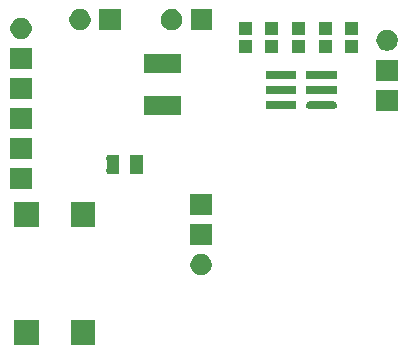
<source format=gbr>
G04 #@! TF.GenerationSoftware,KiCad,Pcbnew,(5.1.4)-1*
G04 #@! TF.CreationDate,2021-02-16T23:36:19+03:00*
G04 #@! TF.ProjectId,NAB_A,4e41425f-412e-46b6-9963-61645f706362,rev?*
G04 #@! TF.SameCoordinates,Original*
G04 #@! TF.FileFunction,Soldermask,Top*
G04 #@! TF.FilePolarity,Negative*
%FSLAX46Y46*%
G04 Gerber Fmt 4.6, Leading zero omitted, Abs format (unit mm)*
G04 Created by KiCad (PCBNEW (5.1.4)-1) date 2021-02-16 23:36:19*
%MOMM*%
%LPD*%
G04 APERTURE LIST*
%ADD10C,0.100000*%
G04 APERTURE END LIST*
D10*
G36*
X222250000Y-53250000D02*
G01*
X222250000Y-54750000D01*
X221250000Y-54750000D01*
X221250000Y-53250000D01*
X222250000Y-53250000D01*
G37*
X222250000Y-53250000D02*
X222250000Y-54750000D01*
X221250000Y-54750000D01*
X221250000Y-53250000D01*
X222250000Y-53250000D01*
G36*
X220250000Y-53250000D02*
G01*
X220250000Y-54750000D01*
X219250000Y-54750000D01*
X219250000Y-53250000D01*
X220250000Y-53250000D01*
G37*
X220250000Y-53250000D02*
X220250000Y-54750000D01*
X219250000Y-54750000D01*
X219250000Y-53250000D01*
X220250000Y-53250000D01*
G36*
X218301000Y-69301000D02*
G01*
X216199000Y-69301000D01*
X216199000Y-67199000D01*
X218301000Y-67199000D01*
X218301000Y-69301000D01*
X218301000Y-69301000D01*
G37*
G36*
X213551000Y-69301000D02*
G01*
X211449000Y-69301000D01*
X211449000Y-67199000D01*
X213551000Y-67199000D01*
X213551000Y-69301000D01*
X213551000Y-69301000D01*
G37*
G36*
X227363512Y-61603927D02*
G01*
X227512812Y-61633624D01*
X227676784Y-61701544D01*
X227824354Y-61800147D01*
X227949853Y-61925646D01*
X228048456Y-62073216D01*
X228116376Y-62237188D01*
X228151000Y-62411259D01*
X228151000Y-62588741D01*
X228116376Y-62762812D01*
X228048456Y-62926784D01*
X227949853Y-63074354D01*
X227824354Y-63199853D01*
X227676784Y-63298456D01*
X227512812Y-63366376D01*
X227363512Y-63396073D01*
X227338742Y-63401000D01*
X227161258Y-63401000D01*
X227136488Y-63396073D01*
X226987188Y-63366376D01*
X226823216Y-63298456D01*
X226675646Y-63199853D01*
X226550147Y-63074354D01*
X226451544Y-62926784D01*
X226383624Y-62762812D01*
X226349000Y-62588741D01*
X226349000Y-62411259D01*
X226383624Y-62237188D01*
X226451544Y-62073216D01*
X226550147Y-61925646D01*
X226675646Y-61800147D01*
X226823216Y-61701544D01*
X226987188Y-61633624D01*
X227136488Y-61603927D01*
X227161258Y-61599000D01*
X227338742Y-61599000D01*
X227363512Y-61603927D01*
X227363512Y-61603927D01*
G37*
G36*
X228151000Y-60861000D02*
G01*
X226349000Y-60861000D01*
X226349000Y-59059000D01*
X228151000Y-59059000D01*
X228151000Y-60861000D01*
X228151000Y-60861000D01*
G37*
G36*
X213551000Y-59301000D02*
G01*
X211449000Y-59301000D01*
X211449000Y-57199000D01*
X213551000Y-57199000D01*
X213551000Y-59301000D01*
X213551000Y-59301000D01*
G37*
G36*
X218301000Y-59301000D02*
G01*
X216199000Y-59301000D01*
X216199000Y-57199000D01*
X218301000Y-57199000D01*
X218301000Y-59301000D01*
X218301000Y-59301000D01*
G37*
G36*
X228151000Y-58321000D02*
G01*
X226349000Y-58321000D01*
X226349000Y-56519000D01*
X228151000Y-56519000D01*
X228151000Y-58321000D01*
X228151000Y-58321000D01*
G37*
G36*
X212901000Y-56101000D02*
G01*
X211099000Y-56101000D01*
X211099000Y-54299000D01*
X212901000Y-54299000D01*
X212901000Y-56101000D01*
X212901000Y-56101000D01*
G37*
G36*
X220059004Y-54203355D02*
G01*
X220087375Y-54211961D01*
X220115745Y-54220567D01*
X220115747Y-54220568D01*
X220168031Y-54248514D01*
X220168032Y-54248515D01*
X220168036Y-54248517D01*
X220213869Y-54286131D01*
X220251483Y-54331964D01*
X220251485Y-54331968D01*
X220251486Y-54331969D01*
X220279432Y-54384253D01*
X220296645Y-54440996D01*
X220302456Y-54500000D01*
X220296645Y-54559004D01*
X220296644Y-54559006D01*
X220279433Y-54615745D01*
X220251483Y-54668036D01*
X220213869Y-54713869D01*
X220168036Y-54751483D01*
X220168032Y-54751485D01*
X220168031Y-54751486D01*
X220115747Y-54779432D01*
X220115745Y-54779433D01*
X220087375Y-54788039D01*
X220059004Y-54796645D01*
X220014786Y-54801000D01*
X219485214Y-54801000D01*
X219440996Y-54796645D01*
X219412624Y-54788038D01*
X219384255Y-54779433D01*
X219384253Y-54779432D01*
X219331969Y-54751486D01*
X219331968Y-54751485D01*
X219331964Y-54751483D01*
X219286131Y-54713869D01*
X219248517Y-54668036D01*
X219220567Y-54615745D01*
X219203356Y-54559006D01*
X219203355Y-54559004D01*
X219197544Y-54500000D01*
X219203355Y-54440996D01*
X219220568Y-54384253D01*
X219248514Y-54331969D01*
X219248515Y-54331968D01*
X219248517Y-54331964D01*
X219286131Y-54286131D01*
X219331964Y-54248517D01*
X219331968Y-54248515D01*
X219331969Y-54248514D01*
X219384253Y-54220568D01*
X219384255Y-54220567D01*
X219412625Y-54211961D01*
X219440996Y-54203355D01*
X219485214Y-54199000D01*
X220014786Y-54199000D01*
X220059004Y-54203355D01*
X220059004Y-54203355D01*
G37*
G36*
X222059004Y-54203355D02*
G01*
X222087375Y-54211961D01*
X222115745Y-54220567D01*
X222115747Y-54220568D01*
X222168031Y-54248514D01*
X222168032Y-54248515D01*
X222168036Y-54248517D01*
X222213869Y-54286131D01*
X222251483Y-54331964D01*
X222251485Y-54331968D01*
X222251486Y-54331969D01*
X222279432Y-54384253D01*
X222296645Y-54440996D01*
X222302456Y-54500000D01*
X222296645Y-54559004D01*
X222296644Y-54559006D01*
X222279433Y-54615745D01*
X222251483Y-54668036D01*
X222213869Y-54713869D01*
X222168036Y-54751483D01*
X222168032Y-54751485D01*
X222168031Y-54751486D01*
X222115747Y-54779432D01*
X222115745Y-54779433D01*
X222087375Y-54788039D01*
X222059004Y-54796645D01*
X222014786Y-54801000D01*
X221485214Y-54801000D01*
X221440996Y-54796645D01*
X221412624Y-54788038D01*
X221384255Y-54779433D01*
X221384253Y-54779432D01*
X221331969Y-54751486D01*
X221331968Y-54751485D01*
X221331964Y-54751483D01*
X221286131Y-54713869D01*
X221248517Y-54668036D01*
X221220567Y-54615745D01*
X221203356Y-54559006D01*
X221203355Y-54559004D01*
X221197544Y-54500000D01*
X221203355Y-54440996D01*
X221220568Y-54384253D01*
X221248514Y-54331969D01*
X221248515Y-54331968D01*
X221248517Y-54331964D01*
X221286131Y-54286131D01*
X221331964Y-54248517D01*
X221331968Y-54248515D01*
X221331969Y-54248514D01*
X221384253Y-54220568D01*
X221384255Y-54220567D01*
X221412625Y-54211961D01*
X221440996Y-54203355D01*
X221485214Y-54199000D01*
X222014786Y-54199000D01*
X222059004Y-54203355D01*
X222059004Y-54203355D01*
G37*
G36*
X220059004Y-53203355D02*
G01*
X220087376Y-53211962D01*
X220115745Y-53220567D01*
X220115747Y-53220568D01*
X220168031Y-53248514D01*
X220168032Y-53248515D01*
X220168036Y-53248517D01*
X220213869Y-53286131D01*
X220251483Y-53331964D01*
X220251485Y-53331968D01*
X220251486Y-53331969D01*
X220279432Y-53384253D01*
X220296645Y-53440996D01*
X220302456Y-53500000D01*
X220296645Y-53559004D01*
X220288038Y-53587376D01*
X220279433Y-53615745D01*
X220251483Y-53668036D01*
X220213869Y-53713869D01*
X220168036Y-53751483D01*
X220168032Y-53751485D01*
X220168031Y-53751486D01*
X220115747Y-53779432D01*
X220115745Y-53779433D01*
X220087376Y-53788038D01*
X220059004Y-53796645D01*
X220014786Y-53801000D01*
X219485214Y-53801000D01*
X219440996Y-53796645D01*
X219412625Y-53788039D01*
X219384255Y-53779433D01*
X219384253Y-53779432D01*
X219331969Y-53751486D01*
X219331968Y-53751485D01*
X219331964Y-53751483D01*
X219286131Y-53713869D01*
X219248517Y-53668036D01*
X219220567Y-53615745D01*
X219211962Y-53587376D01*
X219203355Y-53559004D01*
X219197544Y-53500000D01*
X219203355Y-53440996D01*
X219220568Y-53384253D01*
X219248514Y-53331969D01*
X219248515Y-53331968D01*
X219248517Y-53331964D01*
X219286131Y-53286131D01*
X219331964Y-53248517D01*
X219331968Y-53248515D01*
X219331969Y-53248514D01*
X219384253Y-53220568D01*
X219384255Y-53220567D01*
X219412624Y-53211962D01*
X219440996Y-53203355D01*
X219485214Y-53199000D01*
X220014786Y-53199000D01*
X220059004Y-53203355D01*
X220059004Y-53203355D01*
G37*
G36*
X222059004Y-53203355D02*
G01*
X222087376Y-53211962D01*
X222115745Y-53220567D01*
X222115747Y-53220568D01*
X222168031Y-53248514D01*
X222168032Y-53248515D01*
X222168036Y-53248517D01*
X222213869Y-53286131D01*
X222251483Y-53331964D01*
X222251485Y-53331968D01*
X222251486Y-53331969D01*
X222279432Y-53384253D01*
X222296645Y-53440996D01*
X222302456Y-53500000D01*
X222296645Y-53559004D01*
X222288038Y-53587376D01*
X222279433Y-53615745D01*
X222251483Y-53668036D01*
X222213869Y-53713869D01*
X222168036Y-53751483D01*
X222168032Y-53751485D01*
X222168031Y-53751486D01*
X222115747Y-53779432D01*
X222115745Y-53779433D01*
X222087376Y-53788038D01*
X222059004Y-53796645D01*
X222014786Y-53801000D01*
X221485214Y-53801000D01*
X221440996Y-53796645D01*
X221412625Y-53788039D01*
X221384255Y-53779433D01*
X221384253Y-53779432D01*
X221331969Y-53751486D01*
X221331968Y-53751485D01*
X221331964Y-53751483D01*
X221286131Y-53713869D01*
X221248517Y-53668036D01*
X221220567Y-53615745D01*
X221211962Y-53587376D01*
X221203355Y-53559004D01*
X221197544Y-53500000D01*
X221203355Y-53440996D01*
X221220568Y-53384253D01*
X221248514Y-53331969D01*
X221248515Y-53331968D01*
X221248517Y-53331964D01*
X221286131Y-53286131D01*
X221331964Y-53248517D01*
X221331968Y-53248515D01*
X221331969Y-53248514D01*
X221384253Y-53220568D01*
X221384255Y-53220567D01*
X221412624Y-53211962D01*
X221440996Y-53203355D01*
X221485214Y-53199000D01*
X222014786Y-53199000D01*
X222059004Y-53203355D01*
X222059004Y-53203355D01*
G37*
G36*
X212901000Y-53561000D02*
G01*
X211099000Y-53561000D01*
X211099000Y-51759000D01*
X212901000Y-51759000D01*
X212901000Y-53561000D01*
X212901000Y-53561000D01*
G37*
G36*
X212901000Y-51021000D02*
G01*
X211099000Y-51021000D01*
X211099000Y-49219000D01*
X212901000Y-49219000D01*
X212901000Y-51021000D01*
X212901000Y-51021000D01*
G37*
G36*
X225551000Y-49801000D02*
G01*
X222449000Y-49801000D01*
X222449000Y-48199000D01*
X225551000Y-48199000D01*
X225551000Y-49801000D01*
X225551000Y-49801000D01*
G37*
G36*
X243901000Y-49481000D02*
G01*
X242099000Y-49481000D01*
X242099000Y-47679000D01*
X243901000Y-47679000D01*
X243901000Y-49481000D01*
X243901000Y-49481000D01*
G37*
G36*
X238468809Y-48654078D02*
G01*
X238534969Y-48674149D01*
X238534972Y-48674150D01*
X238595949Y-48706742D01*
X238614897Y-48722293D01*
X238649396Y-48750604D01*
X238677707Y-48785103D01*
X238693258Y-48804051D01*
X238725850Y-48865028D01*
X238725851Y-48865031D01*
X238745922Y-48931192D01*
X238752698Y-49000000D01*
X238745922Y-49068808D01*
X238725851Y-49134969D01*
X238725850Y-49134972D01*
X238693258Y-49195949D01*
X238677707Y-49214897D01*
X238649396Y-49249396D01*
X238614897Y-49277707D01*
X238595949Y-49293258D01*
X238534972Y-49325850D01*
X238534969Y-49325851D01*
X238468809Y-49345922D01*
X238417244Y-49351000D01*
X236482756Y-49351000D01*
X236431191Y-49345922D01*
X236365031Y-49325851D01*
X236365028Y-49325850D01*
X236304051Y-49293258D01*
X236285103Y-49277707D01*
X236250604Y-49249396D01*
X236222293Y-49214897D01*
X236206742Y-49195949D01*
X236174150Y-49134972D01*
X236174149Y-49134969D01*
X236154078Y-49068808D01*
X236147302Y-49000000D01*
X236154078Y-48931192D01*
X236174149Y-48865031D01*
X236174150Y-48865028D01*
X236206742Y-48804051D01*
X236222293Y-48785103D01*
X236250604Y-48750604D01*
X236285103Y-48722293D01*
X236304051Y-48706742D01*
X236365028Y-48674150D01*
X236365031Y-48674149D01*
X236431191Y-48654078D01*
X236482756Y-48649000D01*
X238417244Y-48649000D01*
X238468809Y-48654078D01*
X238468809Y-48654078D01*
G37*
G36*
X235327000Y-49351000D02*
G01*
X232725000Y-49351000D01*
X232725000Y-48649000D01*
X235327000Y-48649000D01*
X235327000Y-49351000D01*
X235327000Y-49351000D01*
G37*
G36*
X212901000Y-48481000D02*
G01*
X211099000Y-48481000D01*
X211099000Y-46679000D01*
X212901000Y-46679000D01*
X212901000Y-48481000D01*
X212901000Y-48481000D01*
G37*
G36*
X238751000Y-48081000D02*
G01*
X236149000Y-48081000D01*
X236149000Y-47379000D01*
X238751000Y-47379000D01*
X238751000Y-48081000D01*
X238751000Y-48081000D01*
G37*
G36*
X235327000Y-48081000D02*
G01*
X232725000Y-48081000D01*
X232725000Y-47379000D01*
X235327000Y-47379000D01*
X235327000Y-48081000D01*
X235327000Y-48081000D01*
G37*
G36*
X243901000Y-46941000D02*
G01*
X242099000Y-46941000D01*
X242099000Y-45139000D01*
X243901000Y-45139000D01*
X243901000Y-46941000D01*
X243901000Y-46941000D01*
G37*
G36*
X235327000Y-46811000D02*
G01*
X232725000Y-46811000D01*
X232725000Y-46109000D01*
X235327000Y-46109000D01*
X235327000Y-46811000D01*
X235327000Y-46811000D01*
G37*
G36*
X238751000Y-46811000D02*
G01*
X236149000Y-46811000D01*
X236149000Y-46109000D01*
X238751000Y-46109000D01*
X238751000Y-46811000D01*
X238751000Y-46811000D01*
G37*
G36*
X225551000Y-46301000D02*
G01*
X222449000Y-46301000D01*
X222449000Y-44699000D01*
X225551000Y-44699000D01*
X225551000Y-46301000D01*
X225551000Y-46301000D01*
G37*
G36*
X212901000Y-45941000D02*
G01*
X211099000Y-45941000D01*
X211099000Y-44139000D01*
X212901000Y-44139000D01*
X212901000Y-45941000D01*
X212901000Y-45941000D01*
G37*
G36*
X236051000Y-44551000D02*
G01*
X234949000Y-44551000D01*
X234949000Y-43449000D01*
X236051000Y-43449000D01*
X236051000Y-44551000D01*
X236051000Y-44551000D01*
G37*
G36*
X238301000Y-44551000D02*
G01*
X237199000Y-44551000D01*
X237199000Y-43449000D01*
X238301000Y-43449000D01*
X238301000Y-44551000D01*
X238301000Y-44551000D01*
G37*
G36*
X240551000Y-44551000D02*
G01*
X239449000Y-44551000D01*
X239449000Y-43449000D01*
X240551000Y-43449000D01*
X240551000Y-44551000D01*
X240551000Y-44551000D01*
G37*
G36*
X233801000Y-44551000D02*
G01*
X232699000Y-44551000D01*
X232699000Y-43449000D01*
X233801000Y-43449000D01*
X233801000Y-44551000D01*
X233801000Y-44551000D01*
G37*
G36*
X231551000Y-44551000D02*
G01*
X230449000Y-44551000D01*
X230449000Y-43449000D01*
X231551000Y-43449000D01*
X231551000Y-44551000D01*
X231551000Y-44551000D01*
G37*
G36*
X243113512Y-42603927D02*
G01*
X243262812Y-42633624D01*
X243426784Y-42701544D01*
X243574354Y-42800147D01*
X243699853Y-42925646D01*
X243798456Y-43073216D01*
X243866376Y-43237188D01*
X243892072Y-43366375D01*
X243898960Y-43401000D01*
X243901000Y-43411259D01*
X243901000Y-43588741D01*
X243866376Y-43762812D01*
X243798456Y-43926784D01*
X243699853Y-44074354D01*
X243574354Y-44199853D01*
X243426784Y-44298456D01*
X243262812Y-44366376D01*
X243113512Y-44396073D01*
X243088742Y-44401000D01*
X242911258Y-44401000D01*
X242886488Y-44396073D01*
X242737188Y-44366376D01*
X242573216Y-44298456D01*
X242425646Y-44199853D01*
X242300147Y-44074354D01*
X242201544Y-43926784D01*
X242133624Y-43762812D01*
X242099000Y-43588741D01*
X242099000Y-43411259D01*
X242101041Y-43401000D01*
X242107928Y-43366375D01*
X242133624Y-43237188D01*
X242201544Y-43073216D01*
X242300147Y-42925646D01*
X242425646Y-42800147D01*
X242573216Y-42701544D01*
X242737188Y-42633624D01*
X242886488Y-42603927D01*
X242911258Y-42599000D01*
X243088742Y-42599000D01*
X243113512Y-42603927D01*
X243113512Y-42603927D01*
G37*
G36*
X212113512Y-41603927D02*
G01*
X212262812Y-41633624D01*
X212426784Y-41701544D01*
X212574354Y-41800147D01*
X212699853Y-41925646D01*
X212798456Y-42073216D01*
X212866376Y-42237188D01*
X212896073Y-42386488D01*
X212901000Y-42411258D01*
X212901000Y-42588742D01*
X212896073Y-42613512D01*
X212866376Y-42762812D01*
X212798456Y-42926784D01*
X212699853Y-43074354D01*
X212574354Y-43199853D01*
X212426784Y-43298456D01*
X212262812Y-43366376D01*
X212113512Y-43396073D01*
X212088742Y-43401000D01*
X211911258Y-43401000D01*
X211886488Y-43396073D01*
X211737188Y-43366376D01*
X211573216Y-43298456D01*
X211425646Y-43199853D01*
X211300147Y-43074354D01*
X211201544Y-42926784D01*
X211133624Y-42762812D01*
X211103927Y-42613512D01*
X211099000Y-42588742D01*
X211099000Y-42411258D01*
X211103927Y-42386488D01*
X211133624Y-42237188D01*
X211201544Y-42073216D01*
X211300147Y-41925646D01*
X211425646Y-41800147D01*
X211573216Y-41701544D01*
X211737188Y-41633624D01*
X211886488Y-41603927D01*
X211911258Y-41599000D01*
X212088742Y-41599000D01*
X212113512Y-41603927D01*
X212113512Y-41603927D01*
G37*
G36*
X240551000Y-43051000D02*
G01*
X239449000Y-43051000D01*
X239449000Y-41949000D01*
X240551000Y-41949000D01*
X240551000Y-43051000D01*
X240551000Y-43051000D01*
G37*
G36*
X233801000Y-43051000D02*
G01*
X232699000Y-43051000D01*
X232699000Y-41949000D01*
X233801000Y-41949000D01*
X233801000Y-43051000D01*
X233801000Y-43051000D01*
G37*
G36*
X236051000Y-43051000D02*
G01*
X234949000Y-43051000D01*
X234949000Y-41949000D01*
X236051000Y-41949000D01*
X236051000Y-43051000D01*
X236051000Y-43051000D01*
G37*
G36*
X238301000Y-43051000D02*
G01*
X237199000Y-43051000D01*
X237199000Y-41949000D01*
X238301000Y-41949000D01*
X238301000Y-43051000D01*
X238301000Y-43051000D01*
G37*
G36*
X231551000Y-43051000D02*
G01*
X230449000Y-43051000D01*
X230449000Y-41949000D01*
X231551000Y-41949000D01*
X231551000Y-43051000D01*
X231551000Y-43051000D01*
G37*
G36*
X217113512Y-40853927D02*
G01*
X217262812Y-40883624D01*
X217426784Y-40951544D01*
X217574354Y-41050147D01*
X217699853Y-41175646D01*
X217798456Y-41323216D01*
X217866376Y-41487188D01*
X217901000Y-41661259D01*
X217901000Y-41838741D01*
X217866376Y-42012812D01*
X217798456Y-42176784D01*
X217699853Y-42324354D01*
X217574354Y-42449853D01*
X217426784Y-42548456D01*
X217262812Y-42616376D01*
X217113512Y-42646073D01*
X217088742Y-42651000D01*
X216911258Y-42651000D01*
X216886488Y-42646073D01*
X216737188Y-42616376D01*
X216573216Y-42548456D01*
X216425646Y-42449853D01*
X216300147Y-42324354D01*
X216201544Y-42176784D01*
X216133624Y-42012812D01*
X216099000Y-41838741D01*
X216099000Y-41661259D01*
X216133624Y-41487188D01*
X216201544Y-41323216D01*
X216300147Y-41175646D01*
X216425646Y-41050147D01*
X216573216Y-40951544D01*
X216737188Y-40883624D01*
X216886488Y-40853927D01*
X216911258Y-40849000D01*
X217088742Y-40849000D01*
X217113512Y-40853927D01*
X217113512Y-40853927D01*
G37*
G36*
X220441000Y-42651000D02*
G01*
X218639000Y-42651000D01*
X218639000Y-40849000D01*
X220441000Y-40849000D01*
X220441000Y-42651000D01*
X220441000Y-42651000D01*
G37*
G36*
X224863512Y-40853927D02*
G01*
X225012812Y-40883624D01*
X225176784Y-40951544D01*
X225324354Y-41050147D01*
X225449853Y-41175646D01*
X225548456Y-41323216D01*
X225616376Y-41487188D01*
X225651000Y-41661259D01*
X225651000Y-41838741D01*
X225616376Y-42012812D01*
X225548456Y-42176784D01*
X225449853Y-42324354D01*
X225324354Y-42449853D01*
X225176784Y-42548456D01*
X225012812Y-42616376D01*
X224863512Y-42646073D01*
X224838742Y-42651000D01*
X224661258Y-42651000D01*
X224636488Y-42646073D01*
X224487188Y-42616376D01*
X224323216Y-42548456D01*
X224175646Y-42449853D01*
X224050147Y-42324354D01*
X223951544Y-42176784D01*
X223883624Y-42012812D01*
X223849000Y-41838741D01*
X223849000Y-41661259D01*
X223883624Y-41487188D01*
X223951544Y-41323216D01*
X224050147Y-41175646D01*
X224175646Y-41050147D01*
X224323216Y-40951544D01*
X224487188Y-40883624D01*
X224636488Y-40853927D01*
X224661258Y-40849000D01*
X224838742Y-40849000D01*
X224863512Y-40853927D01*
X224863512Y-40853927D01*
G37*
G36*
X228191000Y-42651000D02*
G01*
X226389000Y-42651000D01*
X226389000Y-40849000D01*
X228191000Y-40849000D01*
X228191000Y-42651000D01*
X228191000Y-42651000D01*
G37*
M02*

</source>
